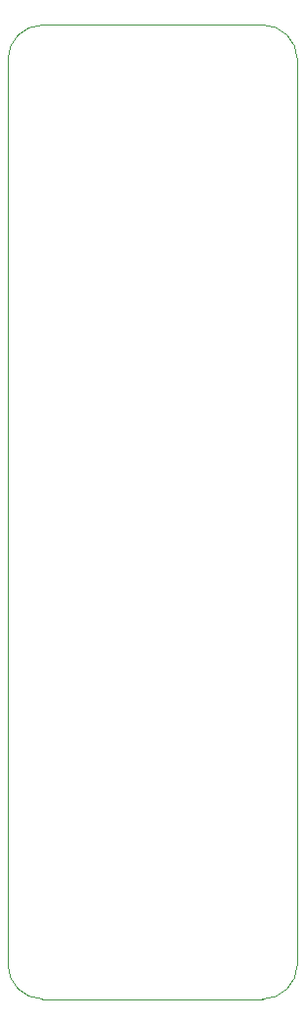
<source format=gbr>
%TF.GenerationSoftware,KiCad,Pcbnew,7.0.7*%
%TF.CreationDate,2024-04-05T12:31:17-04:00*%
%TF.ProjectId,HS8836A_USBC_hub,48533838-3336-4415-9f55-5342435f6875,rev?*%
%TF.SameCoordinates,Original*%
%TF.FileFunction,Profile,NP*%
%FSLAX46Y46*%
G04 Gerber Fmt 4.6, Leading zero omitted, Abs format (unit mm)*
G04 Created by KiCad (PCBNEW 7.0.7) date 2024-04-05 12:31:17*
%MOMM*%
%LPD*%
G01*
G04 APERTURE LIST*
%TA.AperFunction,Profile*%
%ADD10C,0.100000*%
%TD*%
G04 APERTURE END LIST*
D10*
X162000000Y-141000000D02*
G75*
G03*
X165000000Y-138000000I0J3000000D01*
G01*
X143000000Y-57000000D02*
G75*
G03*
X140000000Y-60000000I0J-3000000D01*
G01*
X140000000Y-60000000D02*
X140000000Y-138000000D01*
X140000000Y-138000000D02*
G75*
G03*
X143000000Y-141000000I3000000J0D01*
G01*
X165000000Y-138000000D02*
X165000000Y-60000000D01*
X162000000Y-57000000D02*
X143000000Y-57000000D01*
X143000000Y-141000000D02*
X162000000Y-141000000D01*
X165000000Y-60000000D02*
G75*
G03*
X162000000Y-57000000I-3000000J0D01*
G01*
M02*

</source>
